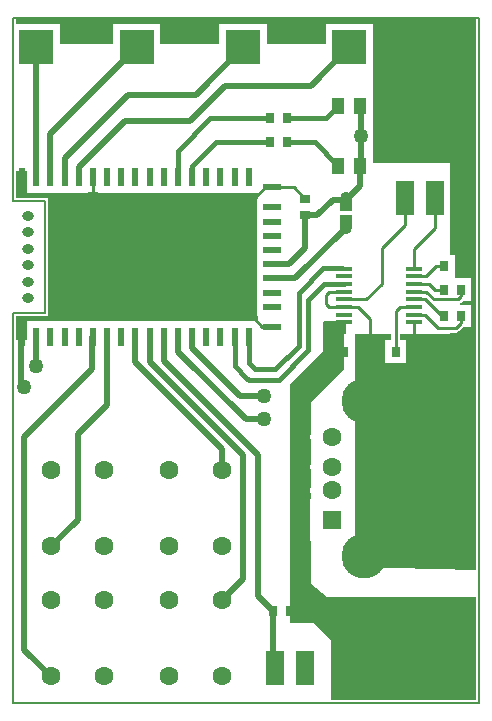
<source format=gtl>
G04 Layer_Physical_Order=1*
G04 Layer_Color=2232046*
%FSLAX44Y44*%
%MOMM*%
G71*
G01*
G75*
%ADD10R,0.8000X0.9000*%
%ADD11R,0.6000X1.6000*%
%ADD12R,1.6000X0.6000*%
%ADD13O,1.0000X0.8000*%
%ADD14R,1.4000X0.4500*%
%ADD15R,1.5000X3.0000*%
%ADD16R,1.6000X3.0000*%
%ADD17O,1.0000X1.4000*%
%ADD18R,0.9000X0.8000*%
%ADD19R,1.0000X1.4000*%
%ADD20R,3.0000X3.0000*%
%ADD21C,0.5000*%
%ADD22C,0.3810*%
%ADD23C,0.2540*%
%ADD24R,1.0000X1.0000*%
%ADD25C,0.1500*%
%ADD26C,3.8000*%
%ADD27R,1.6000X1.6000*%
%ADD28C,1.6000*%
%ADD29C,1.2700*%
G36*
X12000Y432000D02*
X64000D01*
Y432500D01*
X72000D01*
Y432000D01*
X207500D01*
Y427500D01*
X207000D01*
Y411500D01*
Y399500D01*
Y387500D01*
Y375500D01*
Y363500D01*
Y351500D01*
Y339500D01*
Y327500D01*
X207500D01*
Y323000D01*
X12000D01*
Y307500D01*
X2500D01*
Y327500D01*
X30000D01*
Y340000D01*
Y427500D01*
X2500D01*
Y450000D01*
X12000D01*
Y432000D01*
D02*
G37*
G36*
X392460Y557500D02*
X392460Y113409D01*
X391551Y112522D01*
X290000Y115000D01*
Y210000D01*
Y312500D01*
X320615D01*
Y307000D01*
X315500D01*
Y288000D01*
X333500D01*
Y307000D01*
X328385D01*
Y312500D01*
X370000D01*
Y313615D01*
X375000D01*
X376487Y313911D01*
X377747Y314753D01*
X380994Y318000D01*
X388500D01*
Y337000D01*
X378656D01*
X378429Y338270D01*
X379437Y338943D01*
X380994Y340500D01*
X388500D01*
Y359500D01*
X375152D01*
X374500Y360500D01*
Y379500D01*
X370000D01*
Y457500D01*
X305000D01*
Y535000D01*
Y575000D01*
X265000D01*
Y557500D01*
X215000D01*
Y575000D01*
X175000D01*
Y557500D01*
X125000D01*
Y575000D01*
X85000D01*
Y557500D01*
X40000D01*
Y575000D01*
X2460D01*
Y580000D01*
X392460D01*
X392460Y557500D01*
D02*
G37*
G36*
X282500Y312000D02*
X280500D01*
Y283000D01*
X280500Y283000D01*
X280500D01*
X279651Y282151D01*
X252500Y255000D01*
Y228988D01*
X252360Y228529D01*
X252013Y225000D01*
X252360Y221471D01*
X252500Y221012D01*
Y203989D01*
X252360Y203529D01*
X252013Y200000D01*
X252360Y196471D01*
X252500Y196011D01*
Y183989D01*
X252360Y183529D01*
X252013Y180000D01*
X252360Y176471D01*
X252500Y176011D01*
Y173000D01*
X252100D01*
Y137000D01*
X252500D01*
X252500Y100833D01*
X266429Y90000D01*
X392500D01*
Y2500D01*
X270000D01*
Y52500D01*
X265000Y57500D01*
X255000Y67500D01*
X235000D01*
Y270000D01*
X262500Y297500D01*
Y322348D01*
X263500Y323000D01*
X282500D01*
Y312000D01*
D02*
G37*
D10*
X232000Y495000D02*
D03*
X218000D02*
D03*
X232000Y475000D02*
D03*
X218000D02*
D03*
X234500Y77500D02*
D03*
X220500D02*
D03*
X324500Y297500D02*
D03*
X310500D02*
D03*
X294500Y297500D02*
D03*
X280500D02*
D03*
X365500Y370000D02*
D03*
X379500D02*
D03*
X379500Y327500D02*
D03*
X365500D02*
D03*
X379500Y350000D02*
D03*
X365500D02*
D03*
D11*
X8000Y445000D02*
D03*
X20000D02*
D03*
X32000D02*
D03*
X44000D02*
D03*
X56000D02*
D03*
X68000D02*
D03*
X92000D02*
D03*
X104000D02*
D03*
X116000D02*
D03*
X128000D02*
D03*
X140000D02*
D03*
X152000D02*
D03*
X164000D02*
D03*
X176000D02*
D03*
X188000D02*
D03*
X200000D02*
D03*
X8000Y310000D02*
D03*
X20000D02*
D03*
X32000D02*
D03*
X44000D02*
D03*
X56000D02*
D03*
X68000D02*
D03*
X80000D02*
D03*
X92000D02*
D03*
X104000D02*
D03*
X116000D02*
D03*
X128000D02*
D03*
X140000D02*
D03*
X152000D02*
D03*
X164000D02*
D03*
X176000D02*
D03*
X188000D02*
D03*
X200000D02*
D03*
X80000Y445000D02*
D03*
D12*
X220000Y318500D02*
D03*
Y335500D02*
D03*
Y347500D02*
D03*
Y359500D02*
D03*
Y371500D02*
D03*
Y383500D02*
D03*
Y395500D02*
D03*
Y407500D02*
D03*
Y419500D02*
D03*
Y436500D02*
D03*
D13*
X13000Y412500D02*
D03*
Y398500D02*
D03*
Y384500D02*
D03*
Y370500D02*
D03*
Y356500D02*
D03*
Y342500D02*
D03*
D14*
X280500Y367750D02*
D03*
Y361250D02*
D03*
Y354750D02*
D03*
Y348250D02*
D03*
Y341750D02*
D03*
Y335250D02*
D03*
Y328750D02*
D03*
Y322250D02*
D03*
X339500Y367750D02*
D03*
Y361250D02*
D03*
Y354750D02*
D03*
Y348250D02*
D03*
Y341750D02*
D03*
Y335250D02*
D03*
Y328750D02*
D03*
Y322250D02*
D03*
D15*
X247500Y30000D02*
D03*
X222500D02*
D03*
X332500Y427500D02*
D03*
X357500D02*
D03*
D16*
X345000Y32500D02*
D03*
X360000Y557500D02*
D03*
X382500Y427500D02*
D03*
D17*
X282500Y404000D02*
D03*
Y426000D02*
D03*
D18*
X247500Y427000D02*
D03*
Y413000D02*
D03*
D19*
X275750Y455000D02*
D03*
X294250D02*
D03*
X275750Y505000D02*
D03*
X294250D02*
D03*
D20*
X285000Y555000D02*
D03*
X195000D02*
D03*
X105000D02*
D03*
X20000D02*
D03*
D21*
X32500Y132500D02*
X55000Y155000D01*
X10000Y45000D02*
X32500Y22500D01*
X67500Y309500D02*
X68000Y310000D01*
X55000Y155000D02*
Y227500D01*
X80000Y252500D01*
Y310000D01*
X10000Y45000D02*
Y225000D01*
X67500Y282500D01*
Y309500D01*
X177500Y197500D02*
Y215000D01*
X104000Y288500D02*
X177500Y215000D01*
X104000Y288500D02*
Y310000D01*
X177500Y87500D02*
X195000Y105000D01*
Y210000D01*
X128000Y289500D02*
Y310000D01*
X152000Y300500D02*
Y310000D01*
X140000Y297500D02*
Y310000D01*
X207500Y90500D02*
X220500Y77500D01*
X207500Y90500D02*
Y210000D01*
X128000Y289500D02*
X207500Y210000D01*
X20000Y285000D02*
Y310000D01*
X20000Y310000D02*
X20000Y310000D01*
X140000Y297500D02*
X197500Y240000D01*
X152000Y300500D02*
X192500Y260000D01*
X197500Y240000D02*
X212500D01*
X220000Y359500D02*
X239500D01*
X282500Y402500D01*
Y406000D01*
X20000Y445000D02*
Y532500D01*
X44000Y445000D02*
Y461500D01*
X97500Y515000D01*
X252500Y522500D02*
X285000Y555000D01*
X32000Y445000D02*
Y482000D01*
X105000Y555000D01*
X97500Y515000D02*
X155000D01*
X195000Y555000D01*
X56000Y445000D02*
Y453500D01*
X95000Y492500D01*
X20000Y532500D02*
X20000Y532500D01*
Y555000D01*
X192500Y260000D02*
X192500Y260000D01*
X212500D01*
X220500Y32000D02*
Y77500D01*
Y32000D02*
X222500Y30000D01*
X295000Y480000D02*
Y504250D01*
X294250Y505000D02*
X295000Y504250D01*
Y455750D02*
Y480000D01*
X294250Y455000D02*
X295000Y455750D01*
X294250Y437750D02*
Y455000D01*
X282500Y426000D02*
X294250Y437750D01*
X271000Y426000D02*
X282500D01*
X258000Y413000D02*
X271000Y426000D01*
X247500Y413000D02*
X258000D01*
X247500Y385000D02*
Y413000D01*
X234000Y371500D02*
X247500Y385000D01*
X220000Y371500D02*
X234000D01*
X7500Y270000D02*
X10000Y267500D01*
X7500Y270000D02*
Y309500D01*
X116000Y289000D02*
X195000Y210000D01*
X116000Y289000D02*
Y310000D01*
X95000Y492500D02*
X150000D01*
X180000Y522500D01*
X252500D01*
D22*
X198010Y275510D02*
X199870Y273650D01*
X188000Y285520D02*
X198010Y275510D01*
X225130Y273650D02*
X226990Y275510D01*
X188000Y285520D02*
Y310000D01*
X226990Y275510D02*
X226990D01*
X198010D02*
X198010D01*
X226990D02*
X246990Y295510D01*
Y295510D01*
X263600Y354750D02*
X280500D01*
X242500Y347500D02*
X262961Y367961D01*
X279047D01*
X200000Y287500D02*
Y310000D01*
Y287500D02*
X205000Y282500D01*
X222500D01*
X242500Y302500D01*
Y347500D01*
X246990Y295510D02*
X250000Y298520D01*
Y341150D01*
X263600Y354750D01*
X140000Y445000D02*
Y467500D01*
X167500Y495000D01*
X218000D01*
X218000Y495000D01*
X152000Y445000D02*
Y454500D01*
X172500Y475000D01*
X218000D01*
X232000Y495000D02*
X265750D01*
X275750Y505000D01*
X232000Y475000D02*
X255750D01*
X275750Y455000D01*
X199870Y273650D02*
X225130D01*
D23*
X280500Y341750D02*
X299250D01*
X312500Y355000D01*
Y385000D01*
X332500Y405000D01*
Y427500D01*
X339500Y367750D02*
Y384500D01*
X357500Y402500D01*
Y427500D01*
X358620Y370000D02*
X365500D01*
X349870Y361250D02*
X358620Y370000D01*
X339500Y361250D02*
X349870D01*
X357500Y350000D02*
X365500D01*
X352500Y355000D02*
X357500Y350000D01*
X339750Y355000D02*
X352500D01*
X339500Y354750D02*
X339750Y355000D01*
X339940Y347810D02*
X350310D01*
X339500Y348250D02*
X339940Y347810D01*
X363436Y327500D02*
X365500D01*
X349186Y341750D02*
X363436Y327500D01*
X339500Y341750D02*
X349186D01*
X379500Y322000D02*
Y327500D01*
X375000Y317500D02*
X379500Y322000D01*
X360000Y317500D02*
X375000D01*
X349190Y328310D02*
X360000Y317500D01*
X339940Y328310D02*
X349190D01*
X339500Y328750D02*
X339940Y328310D01*
X350310Y347810D02*
X356430Y341690D01*
X376690D01*
X379500Y344500D01*
Y350000D01*
X324500Y297500D02*
Y332000D01*
X327750Y335250D01*
X339500D01*
X280500D02*
X292250D01*
X302500Y325000D01*
Y310000D02*
Y325000D01*
X211500Y318500D02*
X220000D01*
X205000Y325000D02*
X211500Y318500D01*
X214000Y436500D02*
X220000D01*
X205000Y427500D02*
X214000Y436500D01*
X220000D02*
X238000D01*
X247500Y427000D01*
X68000Y432000D02*
Y445000D01*
Y432000D02*
X70000Y430000D01*
X339500Y308500D02*
Y322250D01*
Y308500D02*
X341000Y307000D01*
X268250Y348250D02*
X280500D01*
X265000Y345000D02*
X268250Y348250D01*
X265000Y337500D02*
Y345000D01*
Y337500D02*
X267500Y335000D01*
X280250D01*
X280500Y335250D01*
D24*
X282500Y408000D02*
D03*
Y422000D02*
D03*
D25*
X0Y580000D02*
X395000D01*
Y0D02*
Y580000D01*
X0Y0D02*
X395000D01*
X0D02*
Y330000D01*
X27500D01*
Y425000D01*
X0D02*
X27500D01*
X0D02*
Y580000D01*
D26*
X297200Y255700D02*
D03*
Y124300D02*
D03*
D27*
X270100Y155000D02*
D03*
D28*
Y180000D02*
D03*
X270100Y225000D02*
D03*
X270100Y200000D02*
D03*
X77500Y132500D02*
D03*
X32500D02*
D03*
Y197500D02*
D03*
X77500D02*
D03*
X132500D02*
D03*
X177500D02*
D03*
Y132500D02*
D03*
X132500D02*
D03*
X77500Y22500D02*
D03*
X32500D02*
D03*
Y87500D02*
D03*
X77500D02*
D03*
X132500D02*
D03*
X177500D02*
D03*
Y22500D02*
D03*
X132500D02*
D03*
D29*
X20000Y285000D02*
D03*
X212500Y240000D02*
D03*
Y260000D02*
D03*
X295000Y480000D02*
D03*
X242500Y260000D02*
D03*
Y240000D02*
D03*
X10000Y267500D02*
D03*
M02*

</source>
